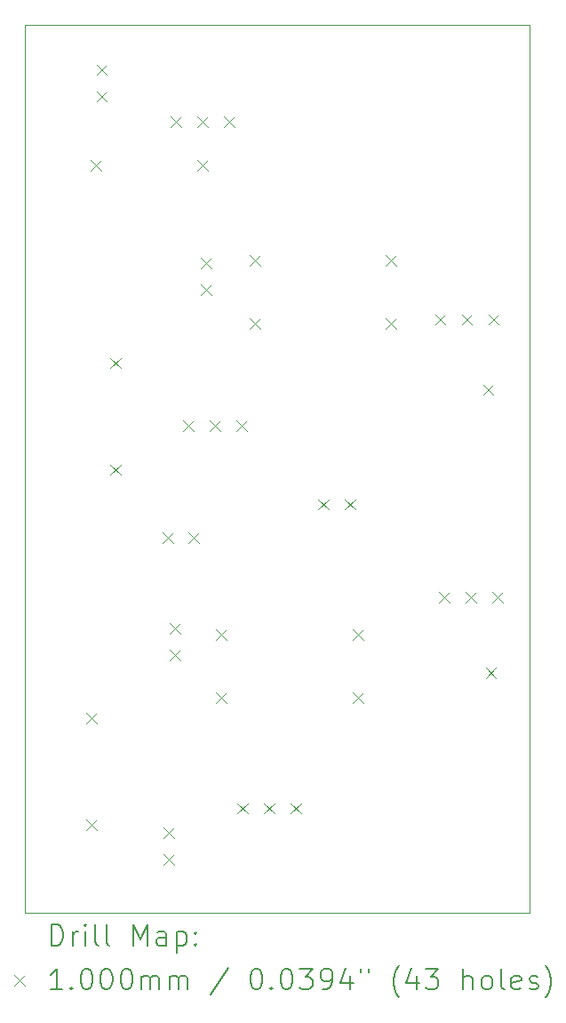
<source format=gbr>
%TF.GenerationSoftware,KiCad,Pcbnew,(6.0.7)*%
%TF.CreationDate,2023-01-23T16:12:34-05:00*%
%TF.ProjectId,Phoenix612_Stage_2_PA_Testing_v2.kicad_pro,50686f65-6e69-4783-9631-325f53746167,rev?*%
%TF.SameCoordinates,Original*%
%TF.FileFunction,Drillmap*%
%TF.FilePolarity,Positive*%
%FSLAX45Y45*%
G04 Gerber Fmt 4.5, Leading zero omitted, Abs format (unit mm)*
G04 Created by KiCad (PCBNEW (6.0.7)) date 2023-01-23 16:12:34*
%MOMM*%
%LPD*%
G01*
G04 APERTURE LIST*
%ADD10C,0.100000*%
%ADD11C,0.200000*%
G04 APERTURE END LIST*
D10*
X7085635Y-14509750D02*
X11892585Y-14509750D01*
X11892585Y-14509750D02*
X11892585Y-6051550D01*
X11892585Y-6051550D02*
X7085635Y-6051550D01*
X7085635Y-6051550D02*
X7085635Y-14509750D01*
D11*
D10*
X7670635Y-12611900D02*
X7770635Y-12711900D01*
X7770635Y-12611900D02*
X7670635Y-12711900D01*
X7670635Y-13627900D02*
X7770635Y-13727900D01*
X7770635Y-13627900D02*
X7670635Y-13727900D01*
X7708735Y-7341400D02*
X7808735Y-7441400D01*
X7808735Y-7341400D02*
X7708735Y-7441400D01*
X7765885Y-6432850D02*
X7865885Y-6532850D01*
X7865885Y-6432850D02*
X7765885Y-6532850D01*
X7765885Y-6686850D02*
X7865885Y-6786850D01*
X7865885Y-6686850D02*
X7765885Y-6786850D01*
X7899235Y-9227350D02*
X7999235Y-9327350D01*
X7999235Y-9227350D02*
X7899235Y-9327350D01*
X7899235Y-10243350D02*
X7999235Y-10343350D01*
X7999235Y-10243350D02*
X7899235Y-10343350D01*
X8394535Y-10891050D02*
X8494535Y-10991050D01*
X8494535Y-10891050D02*
X8394535Y-10991050D01*
X8407235Y-13704100D02*
X8507235Y-13804100D01*
X8507235Y-13704100D02*
X8407235Y-13804100D01*
X8407235Y-13954100D02*
X8507235Y-14054100D01*
X8507235Y-13954100D02*
X8407235Y-14054100D01*
X8464385Y-11755150D02*
X8564385Y-11855150D01*
X8564385Y-11755150D02*
X8464385Y-11855150D01*
X8464385Y-12009150D02*
X8564385Y-12109150D01*
X8564385Y-12009150D02*
X8464385Y-12109150D01*
X8472235Y-6928650D02*
X8572235Y-7028650D01*
X8572235Y-6928650D02*
X8472235Y-7028650D01*
X8591385Y-9824250D02*
X8691385Y-9924250D01*
X8691385Y-9824250D02*
X8591385Y-9924250D01*
X8644535Y-10891050D02*
X8744535Y-10991050D01*
X8744535Y-10891050D02*
X8644535Y-10991050D01*
X8724735Y-7341400D02*
X8824735Y-7441400D01*
X8824735Y-7341400D02*
X8724735Y-7441400D01*
X8726235Y-6928650D02*
X8826235Y-7028650D01*
X8826235Y-6928650D02*
X8726235Y-7028650D01*
X8762835Y-8274850D02*
X8862835Y-8374850D01*
X8862835Y-8274850D02*
X8762835Y-8374850D01*
X8762835Y-8528850D02*
X8862835Y-8628850D01*
X8862835Y-8528850D02*
X8762835Y-8628850D01*
X8845385Y-9824250D02*
X8945385Y-9924250D01*
X8945385Y-9824250D02*
X8845385Y-9924250D01*
X8906585Y-11816600D02*
X9006585Y-11916600D01*
X9006585Y-11816600D02*
X8906585Y-11916600D01*
X8906585Y-12416600D02*
X9006585Y-12516600D01*
X9006585Y-12416600D02*
X8906585Y-12516600D01*
X8980235Y-6928650D02*
X9080235Y-7028650D01*
X9080235Y-6928650D02*
X8980235Y-7028650D01*
X9099385Y-9824250D02*
X9199385Y-9924250D01*
X9199385Y-9824250D02*
X9099385Y-9924250D01*
X9106735Y-13469150D02*
X9206735Y-13569150D01*
X9206735Y-13469150D02*
X9106735Y-13569150D01*
X9224085Y-8247900D02*
X9324085Y-8347900D01*
X9324085Y-8247900D02*
X9224085Y-8347900D01*
X9224085Y-8847900D02*
X9324085Y-8947900D01*
X9324085Y-8847900D02*
X9224085Y-8947900D01*
X9360735Y-13469150D02*
X9460735Y-13569150D01*
X9460735Y-13469150D02*
X9360735Y-13569150D01*
X9614735Y-13469150D02*
X9714735Y-13569150D01*
X9714735Y-13469150D02*
X9614735Y-13569150D01*
X9880935Y-10573550D02*
X9980935Y-10673550D01*
X9980935Y-10573550D02*
X9880935Y-10673550D01*
X10134935Y-10573550D02*
X10234935Y-10673550D01*
X10234935Y-10573550D02*
X10134935Y-10673550D01*
X10206585Y-11816600D02*
X10306585Y-11916600D01*
X10306585Y-11816600D02*
X10206585Y-11916600D01*
X10206585Y-12416600D02*
X10306585Y-12516600D01*
X10306585Y-12416600D02*
X10206585Y-12516600D01*
X10524085Y-8247900D02*
X10624085Y-8347900D01*
X10624085Y-8247900D02*
X10524085Y-8347900D01*
X10524085Y-8847900D02*
X10624085Y-8947900D01*
X10624085Y-8847900D02*
X10524085Y-8947900D01*
X10991685Y-8812500D02*
X11091685Y-8912500D01*
X11091685Y-8812500D02*
X10991685Y-8912500D01*
X11029785Y-11460450D02*
X11129785Y-11560450D01*
X11129785Y-11460450D02*
X11029785Y-11560450D01*
X11245685Y-8812500D02*
X11345685Y-8912500D01*
X11345685Y-8812500D02*
X11245685Y-8912500D01*
X11283785Y-11460450D02*
X11383785Y-11560450D01*
X11383785Y-11460450D02*
X11283785Y-11560450D01*
X11448885Y-9481350D02*
X11548885Y-9581350D01*
X11548885Y-9481350D02*
X11448885Y-9581350D01*
X11474285Y-12180100D02*
X11574285Y-12280100D01*
X11574285Y-12180100D02*
X11474285Y-12280100D01*
X11499685Y-8812500D02*
X11599685Y-8912500D01*
X11599685Y-8812500D02*
X11499685Y-8912500D01*
X11537785Y-11460450D02*
X11637785Y-11560450D01*
X11637785Y-11460450D02*
X11537785Y-11560450D01*
D11*
X7338254Y-14825226D02*
X7338254Y-14625226D01*
X7385873Y-14625226D01*
X7414444Y-14634750D01*
X7433492Y-14653798D01*
X7443016Y-14672845D01*
X7452540Y-14710940D01*
X7452540Y-14739512D01*
X7443016Y-14777607D01*
X7433492Y-14796655D01*
X7414444Y-14815702D01*
X7385873Y-14825226D01*
X7338254Y-14825226D01*
X7538254Y-14825226D02*
X7538254Y-14691893D01*
X7538254Y-14729988D02*
X7547778Y-14710940D01*
X7557301Y-14701417D01*
X7576349Y-14691893D01*
X7595397Y-14691893D01*
X7662063Y-14825226D02*
X7662063Y-14691893D01*
X7662063Y-14625226D02*
X7652540Y-14634750D01*
X7662063Y-14644274D01*
X7671587Y-14634750D01*
X7662063Y-14625226D01*
X7662063Y-14644274D01*
X7785873Y-14825226D02*
X7766825Y-14815702D01*
X7757301Y-14796655D01*
X7757301Y-14625226D01*
X7890635Y-14825226D02*
X7871587Y-14815702D01*
X7862063Y-14796655D01*
X7862063Y-14625226D01*
X8119206Y-14825226D02*
X8119206Y-14625226D01*
X8185873Y-14768083D01*
X8252540Y-14625226D01*
X8252540Y-14825226D01*
X8433492Y-14825226D02*
X8433492Y-14720464D01*
X8423968Y-14701417D01*
X8404921Y-14691893D01*
X8366825Y-14691893D01*
X8347778Y-14701417D01*
X8433492Y-14815702D02*
X8414444Y-14825226D01*
X8366825Y-14825226D01*
X8347778Y-14815702D01*
X8338254Y-14796655D01*
X8338254Y-14777607D01*
X8347778Y-14758559D01*
X8366825Y-14749036D01*
X8414444Y-14749036D01*
X8433492Y-14739512D01*
X8528730Y-14691893D02*
X8528730Y-14891893D01*
X8528730Y-14701417D02*
X8547778Y-14691893D01*
X8585873Y-14691893D01*
X8604921Y-14701417D01*
X8614444Y-14710940D01*
X8623968Y-14729988D01*
X8623968Y-14787131D01*
X8614444Y-14806178D01*
X8604921Y-14815702D01*
X8585873Y-14825226D01*
X8547778Y-14825226D01*
X8528730Y-14815702D01*
X8709683Y-14806178D02*
X8719206Y-14815702D01*
X8709683Y-14825226D01*
X8700159Y-14815702D01*
X8709683Y-14806178D01*
X8709683Y-14825226D01*
X8709683Y-14701417D02*
X8719206Y-14710940D01*
X8709683Y-14720464D01*
X8700159Y-14710940D01*
X8709683Y-14701417D01*
X8709683Y-14720464D01*
D10*
X6980635Y-15104750D02*
X7080635Y-15204750D01*
X7080635Y-15104750D02*
X6980635Y-15204750D01*
D11*
X7443016Y-15245226D02*
X7328730Y-15245226D01*
X7385873Y-15245226D02*
X7385873Y-15045226D01*
X7366825Y-15073798D01*
X7347778Y-15092845D01*
X7328730Y-15102369D01*
X7528730Y-15226178D02*
X7538254Y-15235702D01*
X7528730Y-15245226D01*
X7519206Y-15235702D01*
X7528730Y-15226178D01*
X7528730Y-15245226D01*
X7662063Y-15045226D02*
X7681111Y-15045226D01*
X7700159Y-15054750D01*
X7709682Y-15064274D01*
X7719206Y-15083321D01*
X7728730Y-15121417D01*
X7728730Y-15169036D01*
X7719206Y-15207131D01*
X7709682Y-15226178D01*
X7700159Y-15235702D01*
X7681111Y-15245226D01*
X7662063Y-15245226D01*
X7643016Y-15235702D01*
X7633492Y-15226178D01*
X7623968Y-15207131D01*
X7614444Y-15169036D01*
X7614444Y-15121417D01*
X7623968Y-15083321D01*
X7633492Y-15064274D01*
X7643016Y-15054750D01*
X7662063Y-15045226D01*
X7852540Y-15045226D02*
X7871587Y-15045226D01*
X7890635Y-15054750D01*
X7900159Y-15064274D01*
X7909682Y-15083321D01*
X7919206Y-15121417D01*
X7919206Y-15169036D01*
X7909682Y-15207131D01*
X7900159Y-15226178D01*
X7890635Y-15235702D01*
X7871587Y-15245226D01*
X7852540Y-15245226D01*
X7833492Y-15235702D01*
X7823968Y-15226178D01*
X7814444Y-15207131D01*
X7804921Y-15169036D01*
X7804921Y-15121417D01*
X7814444Y-15083321D01*
X7823968Y-15064274D01*
X7833492Y-15054750D01*
X7852540Y-15045226D01*
X8043016Y-15045226D02*
X8062063Y-15045226D01*
X8081111Y-15054750D01*
X8090635Y-15064274D01*
X8100159Y-15083321D01*
X8109682Y-15121417D01*
X8109682Y-15169036D01*
X8100159Y-15207131D01*
X8090635Y-15226178D01*
X8081111Y-15235702D01*
X8062063Y-15245226D01*
X8043016Y-15245226D01*
X8023968Y-15235702D01*
X8014444Y-15226178D01*
X8004921Y-15207131D01*
X7995397Y-15169036D01*
X7995397Y-15121417D01*
X8004921Y-15083321D01*
X8014444Y-15064274D01*
X8023968Y-15054750D01*
X8043016Y-15045226D01*
X8195397Y-15245226D02*
X8195397Y-15111893D01*
X8195397Y-15130940D02*
X8204921Y-15121417D01*
X8223968Y-15111893D01*
X8252540Y-15111893D01*
X8271587Y-15121417D01*
X8281111Y-15140464D01*
X8281111Y-15245226D01*
X8281111Y-15140464D02*
X8290635Y-15121417D01*
X8309682Y-15111893D01*
X8338254Y-15111893D01*
X8357301Y-15121417D01*
X8366825Y-15140464D01*
X8366825Y-15245226D01*
X8462063Y-15245226D02*
X8462063Y-15111893D01*
X8462063Y-15130940D02*
X8471587Y-15121417D01*
X8490635Y-15111893D01*
X8519206Y-15111893D01*
X8538254Y-15121417D01*
X8547778Y-15140464D01*
X8547778Y-15245226D01*
X8547778Y-15140464D02*
X8557302Y-15121417D01*
X8576349Y-15111893D01*
X8604921Y-15111893D01*
X8623968Y-15121417D01*
X8633492Y-15140464D01*
X8633492Y-15245226D01*
X9023968Y-15035702D02*
X8852540Y-15292845D01*
X9281111Y-15045226D02*
X9300159Y-15045226D01*
X9319206Y-15054750D01*
X9328730Y-15064274D01*
X9338254Y-15083321D01*
X9347778Y-15121417D01*
X9347778Y-15169036D01*
X9338254Y-15207131D01*
X9328730Y-15226178D01*
X9319206Y-15235702D01*
X9300159Y-15245226D01*
X9281111Y-15245226D01*
X9262063Y-15235702D01*
X9252540Y-15226178D01*
X9243016Y-15207131D01*
X9233492Y-15169036D01*
X9233492Y-15121417D01*
X9243016Y-15083321D01*
X9252540Y-15064274D01*
X9262063Y-15054750D01*
X9281111Y-15045226D01*
X9433492Y-15226178D02*
X9443016Y-15235702D01*
X9433492Y-15245226D01*
X9423968Y-15235702D01*
X9433492Y-15226178D01*
X9433492Y-15245226D01*
X9566825Y-15045226D02*
X9585873Y-15045226D01*
X9604921Y-15054750D01*
X9614444Y-15064274D01*
X9623968Y-15083321D01*
X9633492Y-15121417D01*
X9633492Y-15169036D01*
X9623968Y-15207131D01*
X9614444Y-15226178D01*
X9604921Y-15235702D01*
X9585873Y-15245226D01*
X9566825Y-15245226D01*
X9547778Y-15235702D01*
X9538254Y-15226178D01*
X9528730Y-15207131D01*
X9519206Y-15169036D01*
X9519206Y-15121417D01*
X9528730Y-15083321D01*
X9538254Y-15064274D01*
X9547778Y-15054750D01*
X9566825Y-15045226D01*
X9700159Y-15045226D02*
X9823968Y-15045226D01*
X9757302Y-15121417D01*
X9785873Y-15121417D01*
X9804921Y-15130940D01*
X9814444Y-15140464D01*
X9823968Y-15159512D01*
X9823968Y-15207131D01*
X9814444Y-15226178D01*
X9804921Y-15235702D01*
X9785873Y-15245226D01*
X9728730Y-15245226D01*
X9709683Y-15235702D01*
X9700159Y-15226178D01*
X9919206Y-15245226D02*
X9957302Y-15245226D01*
X9976349Y-15235702D01*
X9985873Y-15226178D01*
X10004921Y-15197607D01*
X10014444Y-15159512D01*
X10014444Y-15083321D01*
X10004921Y-15064274D01*
X9995397Y-15054750D01*
X9976349Y-15045226D01*
X9938254Y-15045226D01*
X9919206Y-15054750D01*
X9909683Y-15064274D01*
X9900159Y-15083321D01*
X9900159Y-15130940D01*
X9909683Y-15149988D01*
X9919206Y-15159512D01*
X9938254Y-15169036D01*
X9976349Y-15169036D01*
X9995397Y-15159512D01*
X10004921Y-15149988D01*
X10014444Y-15130940D01*
X10185873Y-15111893D02*
X10185873Y-15245226D01*
X10138254Y-15035702D02*
X10090635Y-15178559D01*
X10214444Y-15178559D01*
X10281111Y-15045226D02*
X10281111Y-15083321D01*
X10357302Y-15045226D02*
X10357302Y-15083321D01*
X10652540Y-15321417D02*
X10643016Y-15311893D01*
X10623968Y-15283321D01*
X10614444Y-15264274D01*
X10604921Y-15235702D01*
X10595397Y-15188083D01*
X10595397Y-15149988D01*
X10604921Y-15102369D01*
X10614444Y-15073798D01*
X10623968Y-15054750D01*
X10643016Y-15026178D01*
X10652540Y-15016655D01*
X10814444Y-15111893D02*
X10814444Y-15245226D01*
X10766825Y-15035702D02*
X10719206Y-15178559D01*
X10843016Y-15178559D01*
X10900159Y-15045226D02*
X11023968Y-15045226D01*
X10957302Y-15121417D01*
X10985873Y-15121417D01*
X11004921Y-15130940D01*
X11014444Y-15140464D01*
X11023968Y-15159512D01*
X11023968Y-15207131D01*
X11014444Y-15226178D01*
X11004921Y-15235702D01*
X10985873Y-15245226D01*
X10928730Y-15245226D01*
X10909683Y-15235702D01*
X10900159Y-15226178D01*
X11262063Y-15245226D02*
X11262063Y-15045226D01*
X11347778Y-15245226D02*
X11347778Y-15140464D01*
X11338254Y-15121417D01*
X11319206Y-15111893D01*
X11290635Y-15111893D01*
X11271587Y-15121417D01*
X11262063Y-15130940D01*
X11471587Y-15245226D02*
X11452540Y-15235702D01*
X11443016Y-15226178D01*
X11433492Y-15207131D01*
X11433492Y-15149988D01*
X11443016Y-15130940D01*
X11452540Y-15121417D01*
X11471587Y-15111893D01*
X11500159Y-15111893D01*
X11519206Y-15121417D01*
X11528730Y-15130940D01*
X11538254Y-15149988D01*
X11538254Y-15207131D01*
X11528730Y-15226178D01*
X11519206Y-15235702D01*
X11500159Y-15245226D01*
X11471587Y-15245226D01*
X11652540Y-15245226D02*
X11633492Y-15235702D01*
X11623968Y-15216655D01*
X11623968Y-15045226D01*
X11804921Y-15235702D02*
X11785873Y-15245226D01*
X11747778Y-15245226D01*
X11728730Y-15235702D01*
X11719206Y-15216655D01*
X11719206Y-15140464D01*
X11728730Y-15121417D01*
X11747778Y-15111893D01*
X11785873Y-15111893D01*
X11804921Y-15121417D01*
X11814444Y-15140464D01*
X11814444Y-15159512D01*
X11719206Y-15178559D01*
X11890635Y-15235702D02*
X11909682Y-15245226D01*
X11947778Y-15245226D01*
X11966825Y-15235702D01*
X11976349Y-15216655D01*
X11976349Y-15207131D01*
X11966825Y-15188083D01*
X11947778Y-15178559D01*
X11919206Y-15178559D01*
X11900159Y-15169036D01*
X11890635Y-15149988D01*
X11890635Y-15140464D01*
X11900159Y-15121417D01*
X11919206Y-15111893D01*
X11947778Y-15111893D01*
X11966825Y-15121417D01*
X12043016Y-15321417D02*
X12052540Y-15311893D01*
X12071587Y-15283321D01*
X12081111Y-15264274D01*
X12090635Y-15235702D01*
X12100159Y-15188083D01*
X12100159Y-15149988D01*
X12090635Y-15102369D01*
X12081111Y-15073798D01*
X12071587Y-15054750D01*
X12052540Y-15026178D01*
X12043016Y-15016655D01*
M02*

</source>
